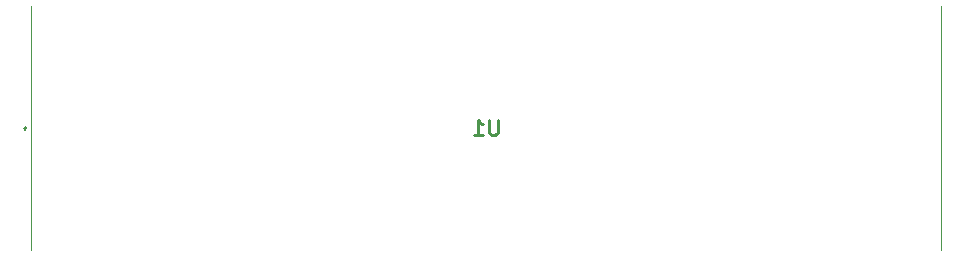
<source format=gbr>
%TF.GenerationSoftware,KiCad,Pcbnew,9.0.1*%
%TF.CreationDate,2025-04-16T22:38:01-05:00*%
%TF.ProjectId,mt,6d742e6b-6963-4616-945f-706362585858,rev?*%
%TF.SameCoordinates,Original*%
%TF.FileFunction,Legend,Bot*%
%TF.FilePolarity,Positive*%
%FSLAX46Y46*%
G04 Gerber Fmt 4.6, Leading zero omitted, Abs format (unit mm)*
G04 Created by KiCad (PCBNEW 9.0.1) date 2025-04-16 22:38:01*
%MOMM*%
%LPD*%
G01*
G04 APERTURE LIST*
%ADD10C,0.254000*%
%ADD11C,0.200000*%
%ADD12C,0.100000*%
G04 APERTURE END LIST*
D10*
X139377619Y-29399318D02*
X139377619Y-30427413D01*
X139377619Y-30427413D02*
X139317142Y-30548365D01*
X139317142Y-30548365D02*
X139256666Y-30608842D01*
X139256666Y-30608842D02*
X139135714Y-30669318D01*
X139135714Y-30669318D02*
X138893809Y-30669318D01*
X138893809Y-30669318D02*
X138772857Y-30608842D01*
X138772857Y-30608842D02*
X138712380Y-30548365D01*
X138712380Y-30548365D02*
X138651904Y-30427413D01*
X138651904Y-30427413D02*
X138651904Y-29399318D01*
X137381904Y-30669318D02*
X138107619Y-30669318D01*
X137744762Y-30669318D02*
X137744762Y-29399318D01*
X137744762Y-29399318D02*
X137865714Y-29580746D01*
X137865714Y-29580746D02*
X137986666Y-29701699D01*
X137986666Y-29701699D02*
X138107619Y-29762175D01*
D11*
%TO.C,U1*%
X99390000Y-29995000D02*
X99390000Y-29995000D01*
X99390000Y-30195000D02*
X99390000Y-30195000D01*
D12*
X99885000Y-19770000D02*
X99885000Y-19770000D01*
X99885000Y-19770000D02*
X99885000Y-40420000D01*
X99885000Y-40420000D02*
X99885000Y-19770000D01*
X99885000Y-40420000D02*
X99885000Y-40420000D01*
X176935000Y-19770000D02*
X176935000Y-19770000D01*
X176935000Y-19770000D02*
X176935000Y-40420000D01*
X176935000Y-40420000D02*
X176935000Y-19770000D01*
X176935000Y-40420000D02*
X176935000Y-40420000D01*
D11*
X99390000Y-29995000D02*
G75*
G02*
X99390000Y-30195000I0J-100000D01*
G01*
X99390000Y-30195000D02*
G75*
G02*
X99390000Y-29995000I0J100000D01*
G01*
%TD*%
M02*

</source>
